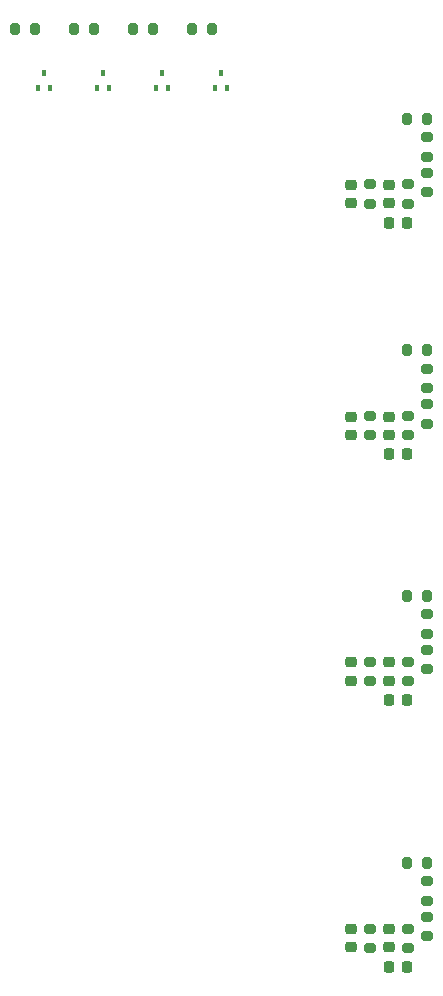
<source format=gbr>
%TF.GenerationSoftware,KiCad,Pcbnew,9.0.1-rc2-202503292320~1d443ca74c~ubuntu22.04.1*%
%TF.CreationDate,2025-03-31T00:08:07+02:00*%
%TF.ProjectId,PowkiBoard,506f776b-6942-46f6-9172-642e6b696361,rev?*%
%TF.SameCoordinates,Original*%
%TF.FileFunction,Paste,Bot*%
%TF.FilePolarity,Positive*%
%FSLAX46Y46*%
G04 Gerber Fmt 4.6, Leading zero omitted, Abs format (unit mm)*
G04 Created by KiCad (PCBNEW 9.0.1-rc2-202503292320~1d443ca74c~ubuntu22.04.1) date 2025-03-31 00:08:07*
%MOMM*%
%LPD*%
G01*
G04 APERTURE LIST*
G04 Aperture macros list*
%AMRoundRect*
0 Rectangle with rounded corners*
0 $1 Rounding radius*
0 $2 $3 $4 $5 $6 $7 $8 $9 X,Y pos of 4 corners*
0 Add a 4 corners polygon primitive as box body*
4,1,4,$2,$3,$4,$5,$6,$7,$8,$9,$2,$3,0*
0 Add four circle primitives for the rounded corners*
1,1,$1+$1,$2,$3*
1,1,$1+$1,$4,$5*
1,1,$1+$1,$6,$7*
1,1,$1+$1,$8,$9*
0 Add four rect primitives between the rounded corners*
20,1,$1+$1,$2,$3,$4,$5,0*
20,1,$1+$1,$4,$5,$6,$7,0*
20,1,$1+$1,$6,$7,$8,$9,0*
20,1,$1+$1,$8,$9,$2,$3,0*%
G04 Aperture macros list end*
%ADD10RoundRect,0.200000X0.200000X0.275000X-0.200000X0.275000X-0.200000X-0.275000X0.200000X-0.275000X0*%
%ADD11RoundRect,0.200000X-0.275000X0.200000X-0.275000X-0.200000X0.275000X-0.200000X0.275000X0.200000X0*%
%ADD12RoundRect,0.225000X-0.250000X0.225000X-0.250000X-0.225000X0.250000X-0.225000X0.250000X0.225000X0*%
%ADD13RoundRect,0.200000X0.275000X-0.200000X0.275000X0.200000X-0.275000X0.200000X-0.275000X-0.200000X0*%
%ADD14RoundRect,0.225000X-0.225000X-0.250000X0.225000X-0.250000X0.225000X0.250000X-0.225000X0.250000X0*%
%ADD15RoundRect,0.100000X-0.100000X0.155000X-0.100000X-0.155000X0.100000X-0.155000X0.100000X0.155000X0*%
%ADD16RoundRect,0.225000X0.250000X-0.225000X0.250000X0.225000X-0.250000X0.225000X-0.250000X-0.225000X0*%
G04 APERTURE END LIST*
D10*
%TO.C,R7*%
X60225000Y-93800000D03*
X58575000Y-93800000D03*
%TD*%
D11*
%TO.C,R18*%
X55400000Y-58975000D03*
X55400000Y-60625000D03*
%TD*%
D12*
%TO.C,C30*%
X53800000Y-122025000D03*
X53800000Y-123575000D03*
%TD*%
D13*
%TO.C,R10*%
X58600000Y-101025000D03*
X58600000Y-99375000D03*
%TD*%
D12*
%TO.C,C43*%
X53800000Y-59025000D03*
X53800000Y-60575000D03*
%TD*%
D11*
%TO.C,R5*%
X60200000Y-117975000D03*
X60200000Y-119625000D03*
%TD*%
D14*
%TO.C,C35*%
X57025000Y-125200000D03*
X58575000Y-125200000D03*
%TD*%
D10*
%TO.C,R22*%
X42025000Y-45800000D03*
X40375000Y-45800000D03*
%TD*%
D14*
%TO.C,C41*%
X57025000Y-62200000D03*
X58575000Y-62200000D03*
%TD*%
%TO.C,C33*%
X57025000Y-81800000D03*
X58575000Y-81800000D03*
%TD*%
D11*
%TO.C,R15*%
X55400000Y-121975000D03*
X55400000Y-123625000D03*
%TD*%
%TO.C,R6*%
X60200000Y-120975000D03*
X60200000Y-122625000D03*
%TD*%
D13*
%TO.C,R17*%
X58600000Y-60625000D03*
X58600000Y-58975000D03*
%TD*%
D15*
%TO.C,Q4*%
X28300000Y-50845000D03*
X27300000Y-50845000D03*
X27800000Y-49555000D03*
%TD*%
D11*
%TO.C,R20*%
X60200000Y-57975000D03*
X60200000Y-59625000D03*
%TD*%
D15*
%TO.C,Q5*%
X33300000Y-50845000D03*
X32300000Y-50845000D03*
X32800000Y-49555000D03*
%TD*%
D10*
%TO.C,R24*%
X32025000Y-45800000D03*
X30375000Y-45800000D03*
%TD*%
D11*
%TO.C,R19*%
X60200000Y-54975000D03*
X60200000Y-56625000D03*
%TD*%
D10*
%TO.C,R9*%
X60225000Y-73000000D03*
X58575000Y-73000000D03*
%TD*%
D16*
%TO.C,C32*%
X57000000Y-100975000D03*
X57000000Y-99425000D03*
%TD*%
D11*
%TO.C,R2*%
X60200000Y-98375000D03*
X60200000Y-100025000D03*
%TD*%
D12*
%TO.C,C28*%
X53800000Y-99425000D03*
X53800000Y-100975000D03*
%TD*%
D14*
%TO.C,C31*%
X57025000Y-102600000D03*
X58575000Y-102600000D03*
%TD*%
D10*
%TO.C,R21*%
X37025000Y-45800000D03*
X35375000Y-45800000D03*
%TD*%
D11*
%TO.C,R1*%
X60200000Y-95375000D03*
X60200000Y-97025000D03*
%TD*%
%TO.C,R11*%
X55400000Y-99375000D03*
X55400000Y-101025000D03*
%TD*%
D16*
%TO.C,C36*%
X57000000Y-123575000D03*
X57000000Y-122025000D03*
%TD*%
D11*
%TO.C,R3*%
X60200000Y-74575000D03*
X60200000Y-76225000D03*
%TD*%
D13*
%TO.C,R14*%
X58600000Y-123625000D03*
X58600000Y-121975000D03*
%TD*%
%TO.C,R12*%
X58600000Y-80225000D03*
X58600000Y-78575000D03*
%TD*%
D10*
%TO.C,R16*%
X60225000Y-53400000D03*
X58575000Y-53400000D03*
%TD*%
D16*
%TO.C,C34*%
X57000000Y-80175000D03*
X57000000Y-78625000D03*
%TD*%
D11*
%TO.C,R4*%
X60200000Y-77575000D03*
X60200000Y-79225000D03*
%TD*%
D15*
%TO.C,Q3*%
X43300000Y-50845000D03*
X42300000Y-50845000D03*
X42800000Y-49555000D03*
%TD*%
%TO.C,Q2*%
X38300000Y-50845000D03*
X37300000Y-50845000D03*
X37800000Y-49555000D03*
%TD*%
D11*
%TO.C,R13*%
X55400000Y-78575000D03*
X55400000Y-80225000D03*
%TD*%
D10*
%TO.C,R23*%
X27025000Y-45800000D03*
X25375000Y-45800000D03*
%TD*%
%TO.C,R8*%
X60225000Y-116400000D03*
X58575000Y-116400000D03*
%TD*%
D12*
%TO.C,C29*%
X53800000Y-78625000D03*
X53800000Y-80175000D03*
%TD*%
D16*
%TO.C,C42*%
X57000000Y-60575000D03*
X57000000Y-59025000D03*
%TD*%
M02*

</source>
